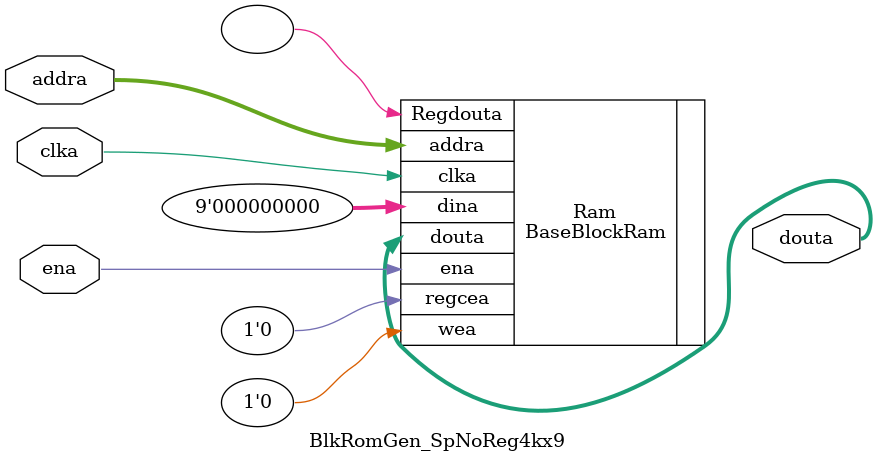
<source format=v>
/*
	BlkRomGen_SpNoReg4kx9.v: Behavior version of block RAM

		  Ted Rossin 9-14-2024
	  		     9-24-2024 

     Note: This is modeling the default WRITE_FIRST or Transparent mode.
*/

`timescale 1ns / 1ps

module BlkRomGen_SpNoReg4kx9 (
     input clka
    ,input ena
    ,input[11:0] addra
    ,output[8:0] douta
);

    BaseBlockRam #(.AddrWidth(12),.DataWidth(9)) Ram(
	 .clka(clka)
    	,.ena(ena)
	,.wea(1'b0)
	,.regcea(1'b0)
	,.addra(addra)
	,.dina(9'd00)
	,.douta(douta)
	,.Regdouta()
    );

endmodule

</source>
